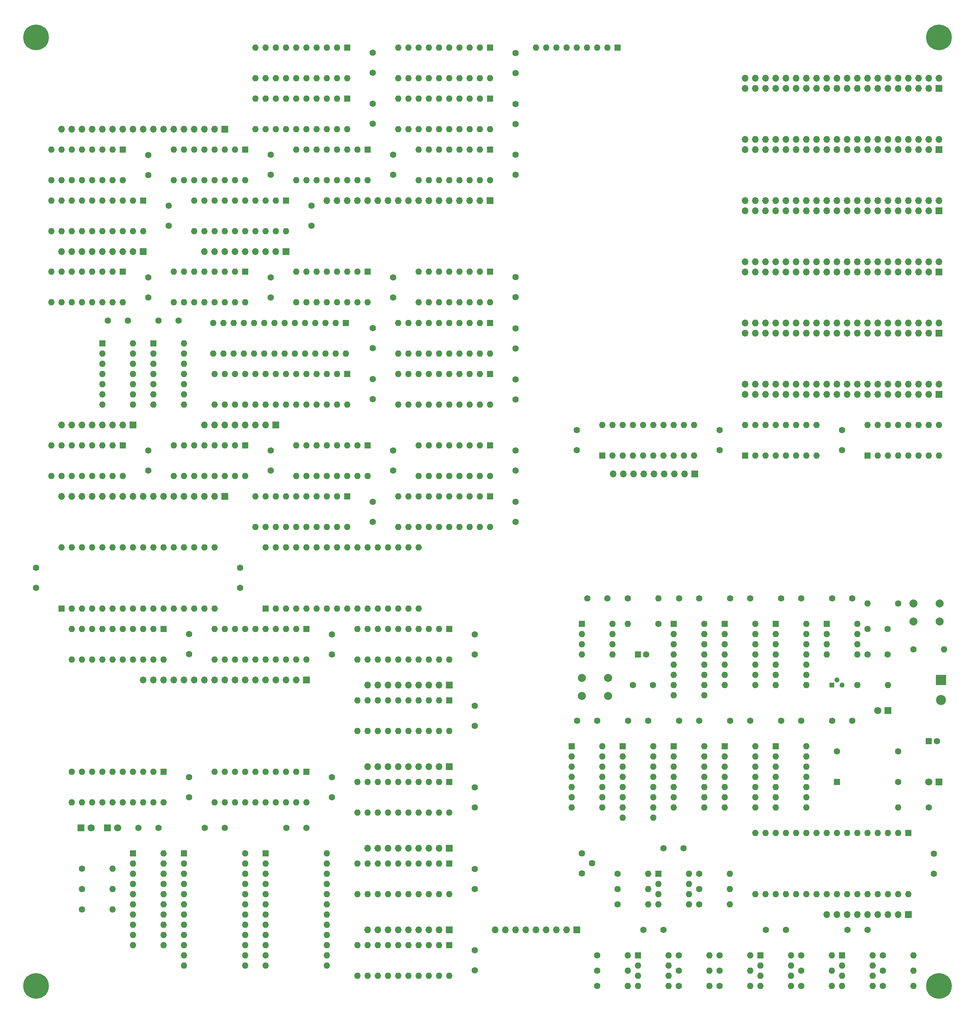
<source format=gbr>
G04 #@! TF.GenerationSoftware,KiCad,Pcbnew,(5.1.0-0)*
G04 #@! TF.CreationDate,2019-10-09T21:13:08-07:00*
G04 #@! TF.ProjectId,MainBoard,4d61696e-426f-4617-9264-2e6b69636164,rev?*
G04 #@! TF.SameCoordinates,Original*
G04 #@! TF.FileFunction,Soldermask,Top*
G04 #@! TF.FilePolarity,Negative*
%FSLAX46Y46*%
G04 Gerber Fmt 4.6, Leading zero omitted, Abs format (unit mm)*
G04 Created by KiCad (PCBNEW (5.1.0-0)) date 2019-10-09 21:13:08*
%MOMM*%
%LPD*%
G04 APERTURE LIST*
%ADD10O,1.600000X1.600000*%
%ADD11R,1.600000X1.600000*%
%ADD12C,2.500000*%
%ADD13R,2.500000X2.500000*%
%ADD14C,6.400000*%
%ADD15C,1.600000*%
%ADD16O,1.700000X1.700000*%
%ADD17R,1.700000X1.700000*%
%ADD18R,1.300000X1.300000*%
%ADD19C,1.300000*%
%ADD20C,2.000000*%
%ADD21C,1.620000*%
%ADD22C,1.800000*%
%ADD23R,1.800000X1.800000*%
G04 APERTURE END LIST*
D10*
X256540000Y-124460000D03*
X274320000Y-132080000D03*
X259080000Y-124460000D03*
X271780000Y-132080000D03*
X261620000Y-124460000D03*
X269240000Y-132080000D03*
X264160000Y-124460000D03*
X266700000Y-132080000D03*
X266700000Y-124460000D03*
X264160000Y-132080000D03*
X269240000Y-124460000D03*
X261620000Y-132080000D03*
X271780000Y-124460000D03*
X259080000Y-132080000D03*
X274320000Y-124460000D03*
D11*
X256540000Y-132080000D03*
D12*
X274828000Y-192960000D03*
D13*
X274828000Y-187960000D03*
D14*
X274320000Y-264160000D03*
X274320000Y-27940000D03*
X49530000Y-264160000D03*
X49530000Y-27940000D03*
D10*
X86360000Y-104140000D03*
X78740000Y-119380000D03*
X86360000Y-106680000D03*
X78740000Y-116840000D03*
X86360000Y-109220000D03*
X78740000Y-114300000D03*
X86360000Y-111760000D03*
X78740000Y-111760000D03*
X86360000Y-114300000D03*
X78740000Y-109220000D03*
X86360000Y-116840000D03*
X78740000Y-106680000D03*
X86360000Y-119380000D03*
D11*
X78740000Y-104140000D03*
D10*
X73660000Y-104140000D03*
X66040000Y-119380000D03*
X73660000Y-106680000D03*
X66040000Y-116840000D03*
X73660000Y-109220000D03*
X66040000Y-114300000D03*
X73660000Y-111760000D03*
X66040000Y-111760000D03*
X73660000Y-114300000D03*
X66040000Y-109220000D03*
X73660000Y-116840000D03*
X66040000Y-106680000D03*
X73660000Y-119380000D03*
D11*
X66040000Y-104140000D03*
D15*
X168910000Y-100410000D03*
X168910000Y-105410000D03*
X250190000Y-130730000D03*
X250190000Y-125730000D03*
D16*
X226060000Y-68580000D03*
X226060000Y-71120000D03*
X228600000Y-68580000D03*
X228600000Y-71120000D03*
X231140000Y-68580000D03*
X231140000Y-71120000D03*
X233680000Y-68580000D03*
X233680000Y-71120000D03*
X236220000Y-68580000D03*
X236220000Y-71120000D03*
X238760000Y-68580000D03*
X238760000Y-71120000D03*
X241300000Y-68580000D03*
X241300000Y-71120000D03*
X243840000Y-68580000D03*
X243840000Y-71120000D03*
X246380000Y-68580000D03*
X246380000Y-71120000D03*
X248920000Y-68580000D03*
X248920000Y-71120000D03*
X251460000Y-68580000D03*
X251460000Y-71120000D03*
X254000000Y-68580000D03*
X254000000Y-71120000D03*
X256540000Y-68580000D03*
X256540000Y-71120000D03*
X259080000Y-68580000D03*
X259080000Y-71120000D03*
X261620000Y-68580000D03*
X261620000Y-71120000D03*
X264160000Y-68580000D03*
X264160000Y-71120000D03*
X266700000Y-68580000D03*
X266700000Y-71120000D03*
X269240000Y-68580000D03*
X269240000Y-71120000D03*
X271780000Y-68580000D03*
X271780000Y-71120000D03*
X274320000Y-68580000D03*
D17*
X274320000Y-71120000D03*
D16*
X226060000Y-99060000D03*
X226060000Y-101600000D03*
X228600000Y-99060000D03*
X228600000Y-101600000D03*
X231140000Y-99060000D03*
X231140000Y-101600000D03*
X233680000Y-99060000D03*
X233680000Y-101600000D03*
X236220000Y-99060000D03*
X236220000Y-101600000D03*
X238760000Y-99060000D03*
X238760000Y-101600000D03*
X241300000Y-99060000D03*
X241300000Y-101600000D03*
X243840000Y-99060000D03*
X243840000Y-101600000D03*
X246380000Y-99060000D03*
X246380000Y-101600000D03*
X248920000Y-99060000D03*
X248920000Y-101600000D03*
X251460000Y-99060000D03*
X251460000Y-101600000D03*
X254000000Y-99060000D03*
X254000000Y-101600000D03*
X256540000Y-99060000D03*
X256540000Y-101600000D03*
X259080000Y-99060000D03*
X259080000Y-101600000D03*
X261620000Y-99060000D03*
X261620000Y-101600000D03*
X264160000Y-99060000D03*
X264160000Y-101600000D03*
X266700000Y-99060000D03*
X266700000Y-101600000D03*
X269240000Y-99060000D03*
X269240000Y-101600000D03*
X271780000Y-99060000D03*
X271780000Y-101600000D03*
X274320000Y-99060000D03*
D17*
X274320000Y-101600000D03*
D16*
X226060000Y-38100000D03*
X226060000Y-40640000D03*
X228600000Y-38100000D03*
X228600000Y-40640000D03*
X231140000Y-38100000D03*
X231140000Y-40640000D03*
X233680000Y-38100000D03*
X233680000Y-40640000D03*
X236220000Y-38100000D03*
X236220000Y-40640000D03*
X238760000Y-38100000D03*
X238760000Y-40640000D03*
X241300000Y-38100000D03*
X241300000Y-40640000D03*
X243840000Y-38100000D03*
X243840000Y-40640000D03*
X246380000Y-38100000D03*
X246380000Y-40640000D03*
X248920000Y-38100000D03*
X248920000Y-40640000D03*
X251460000Y-38100000D03*
X251460000Y-40640000D03*
X254000000Y-38100000D03*
X254000000Y-40640000D03*
X256540000Y-38100000D03*
X256540000Y-40640000D03*
X259080000Y-38100000D03*
X259080000Y-40640000D03*
X261620000Y-38100000D03*
X261620000Y-40640000D03*
X264160000Y-38100000D03*
X264160000Y-40640000D03*
X266700000Y-38100000D03*
X266700000Y-40640000D03*
X269240000Y-38100000D03*
X269240000Y-40640000D03*
X271780000Y-38100000D03*
X271780000Y-40640000D03*
X274320000Y-38100000D03*
D17*
X274320000Y-40640000D03*
D16*
X226060000Y-114300000D03*
X226060000Y-116840000D03*
X228600000Y-114300000D03*
X228600000Y-116840000D03*
X231140000Y-114300000D03*
X231140000Y-116840000D03*
X233680000Y-114300000D03*
X233680000Y-116840000D03*
X236220000Y-114300000D03*
X236220000Y-116840000D03*
X238760000Y-114300000D03*
X238760000Y-116840000D03*
X241300000Y-114300000D03*
X241300000Y-116840000D03*
X243840000Y-114300000D03*
X243840000Y-116840000D03*
X246380000Y-114300000D03*
X246380000Y-116840000D03*
X248920000Y-114300000D03*
X248920000Y-116840000D03*
X251460000Y-114300000D03*
X251460000Y-116840000D03*
X254000000Y-114300000D03*
X254000000Y-116840000D03*
X256540000Y-114300000D03*
X256540000Y-116840000D03*
X259080000Y-114300000D03*
X259080000Y-116840000D03*
X261620000Y-114300000D03*
X261620000Y-116840000D03*
X264160000Y-114300000D03*
X264160000Y-116840000D03*
X266700000Y-114300000D03*
X266700000Y-116840000D03*
X269240000Y-114300000D03*
X269240000Y-116840000D03*
X271780000Y-114300000D03*
X271780000Y-116840000D03*
X274320000Y-114300000D03*
D17*
X274320000Y-116840000D03*
D16*
X226060000Y-83820000D03*
X226060000Y-86360000D03*
X228600000Y-83820000D03*
X228600000Y-86360000D03*
X231140000Y-83820000D03*
X231140000Y-86360000D03*
X233680000Y-83820000D03*
X233680000Y-86360000D03*
X236220000Y-83820000D03*
X236220000Y-86360000D03*
X238760000Y-83820000D03*
X238760000Y-86360000D03*
X241300000Y-83820000D03*
X241300000Y-86360000D03*
X243840000Y-83820000D03*
X243840000Y-86360000D03*
X246380000Y-83820000D03*
X246380000Y-86360000D03*
X248920000Y-83820000D03*
X248920000Y-86360000D03*
X251460000Y-83820000D03*
X251460000Y-86360000D03*
X254000000Y-83820000D03*
X254000000Y-86360000D03*
X256540000Y-83820000D03*
X256540000Y-86360000D03*
X259080000Y-83820000D03*
X259080000Y-86360000D03*
X261620000Y-83820000D03*
X261620000Y-86360000D03*
X264160000Y-83820000D03*
X264160000Y-86360000D03*
X266700000Y-83820000D03*
X266700000Y-86360000D03*
X269240000Y-83820000D03*
X269240000Y-86360000D03*
X271780000Y-83820000D03*
X271780000Y-86360000D03*
X274320000Y-83820000D03*
D17*
X274320000Y-86360000D03*
D16*
X226060000Y-53340000D03*
X226060000Y-55880000D03*
X228600000Y-53340000D03*
X228600000Y-55880000D03*
X231140000Y-53340000D03*
X231140000Y-55880000D03*
X233680000Y-53340000D03*
X233680000Y-55880000D03*
X236220000Y-53340000D03*
X236220000Y-55880000D03*
X238760000Y-53340000D03*
X238760000Y-55880000D03*
X241300000Y-53340000D03*
X241300000Y-55880000D03*
X243840000Y-53340000D03*
X243840000Y-55880000D03*
X246380000Y-53340000D03*
X246380000Y-55880000D03*
X248920000Y-53340000D03*
X248920000Y-55880000D03*
X251460000Y-53340000D03*
X251460000Y-55880000D03*
X254000000Y-53340000D03*
X254000000Y-55880000D03*
X256540000Y-53340000D03*
X256540000Y-55880000D03*
X259080000Y-53340000D03*
X259080000Y-55880000D03*
X261620000Y-53340000D03*
X261620000Y-55880000D03*
X264160000Y-53340000D03*
X264160000Y-55880000D03*
X266700000Y-53340000D03*
X266700000Y-55880000D03*
X269240000Y-53340000D03*
X269240000Y-55880000D03*
X271780000Y-53340000D03*
X271780000Y-55880000D03*
X274320000Y-53340000D03*
D17*
X274320000Y-55880000D03*
D10*
X81280000Y-182875800D03*
X58420000Y-175255800D03*
X78740000Y-182875800D03*
X60960000Y-175255800D03*
X76200000Y-182875800D03*
X63500000Y-175255800D03*
X73660000Y-182875800D03*
X66040000Y-175255800D03*
X71120000Y-182875800D03*
X68580000Y-175255800D03*
X68580000Y-182875800D03*
X71120000Y-175255800D03*
X66040000Y-182875800D03*
X73660000Y-175255800D03*
X63500000Y-182875800D03*
X76200000Y-175255800D03*
X60960000Y-182875800D03*
X78740000Y-175255800D03*
X58420000Y-182875800D03*
D11*
X81280000Y-175255800D03*
D15*
X247730000Y-167640000D03*
X252730000Y-167640000D03*
X264160000Y-213360000D03*
X264160000Y-205740000D03*
X248920000Y-205740000D03*
D11*
X248920000Y-213360000D03*
D10*
X261620000Y-189230000D03*
D15*
X254000000Y-189230000D03*
D10*
X256540000Y-168910000D03*
D15*
X264160000Y-168910000D03*
D10*
X275590000Y-180340000D03*
D15*
X267970000Y-180340000D03*
X261540000Y-175260000D03*
X256540000Y-175260000D03*
X261540000Y-181610000D03*
X256540000Y-181610000D03*
D10*
X196850000Y-173990000D03*
D15*
X204470000Y-173990000D03*
D10*
X204470000Y-167640000D03*
D15*
X196850000Y-167640000D03*
X203120000Y-189230000D03*
X198120000Y-189230000D03*
X201390000Y-181610000D03*
D11*
X199390000Y-181610000D03*
D10*
X162560000Y-38100000D03*
X139700000Y-30480000D03*
X160020000Y-38100000D03*
X142240000Y-30480000D03*
X157480000Y-38100000D03*
X144780000Y-30480000D03*
X154940000Y-38100000D03*
X147320000Y-30480000D03*
X152400000Y-38100000D03*
X149860000Y-30480000D03*
X149860000Y-38100000D03*
X152400000Y-30480000D03*
X147320000Y-38100000D03*
X154940000Y-30480000D03*
X144780000Y-38100000D03*
X157480000Y-30480000D03*
X142240000Y-38100000D03*
X160020000Y-30480000D03*
X139700000Y-38100000D03*
D11*
X162560000Y-30480000D03*
D10*
X55880000Y-154940000D03*
X93980000Y-170180000D03*
X58420000Y-154940000D03*
X91440000Y-170180000D03*
X60960000Y-154940000D03*
X88900000Y-170180000D03*
X63500000Y-154940000D03*
X86360000Y-170180000D03*
X66040000Y-154940000D03*
X83820000Y-170180000D03*
X68580000Y-154940000D03*
X81280000Y-170180000D03*
X71120000Y-154940000D03*
X78740000Y-170180000D03*
X73660000Y-154940000D03*
X76200000Y-170180000D03*
X76200000Y-154940000D03*
X73660000Y-170180000D03*
X78740000Y-154940000D03*
X71120000Y-170180000D03*
X81280000Y-154940000D03*
X68580000Y-170180000D03*
X83820000Y-154940000D03*
X66040000Y-170180000D03*
X86360000Y-154940000D03*
X63500000Y-170180000D03*
X88900000Y-154940000D03*
X60960000Y-170180000D03*
X91440000Y-154940000D03*
X58420000Y-170180000D03*
X93980000Y-154940000D03*
D11*
X55880000Y-170180000D03*
D10*
X127000000Y-38100000D03*
X104140000Y-30480000D03*
X124460000Y-38100000D03*
X106680000Y-30480000D03*
X121920000Y-38100000D03*
X109220000Y-30480000D03*
X119380000Y-38100000D03*
X111760000Y-30480000D03*
X116840000Y-38100000D03*
X114300000Y-30480000D03*
X114300000Y-38100000D03*
X116840000Y-30480000D03*
X111760000Y-38100000D03*
X119380000Y-30480000D03*
X109220000Y-38100000D03*
X121920000Y-30480000D03*
X106680000Y-38100000D03*
X124460000Y-30480000D03*
X104140000Y-38100000D03*
D11*
X127000000Y-30480000D03*
D16*
X55880000Y-124460000D03*
X58420000Y-124460000D03*
X60960000Y-124460000D03*
X63500000Y-124460000D03*
X66040000Y-124460000D03*
X68580000Y-124460000D03*
X71120000Y-124460000D03*
D17*
X73660000Y-124460000D03*
D16*
X91440000Y-124460000D03*
X93980000Y-124460000D03*
X96520000Y-124460000D03*
X99060000Y-124460000D03*
X101600000Y-124460000D03*
X104140000Y-124460000D03*
X106680000Y-124460000D03*
D17*
X109220000Y-124460000D03*
D16*
X55880000Y-81280000D03*
X58420000Y-81280000D03*
X60960000Y-81280000D03*
X63500000Y-81280000D03*
X66040000Y-81280000D03*
X68580000Y-81280000D03*
X71120000Y-81280000D03*
X73660000Y-81280000D03*
D17*
X76200000Y-81280000D03*
D16*
X91440000Y-81280000D03*
X93980000Y-81280000D03*
X96520000Y-81280000D03*
X99060000Y-81280000D03*
X101600000Y-81280000D03*
X104140000Y-81280000D03*
X106680000Y-81280000D03*
X109220000Y-81280000D03*
D17*
X111760000Y-81280000D03*
D10*
X81280000Y-231140000D03*
X73660000Y-254000000D03*
X81280000Y-233680000D03*
X73660000Y-251460000D03*
X81280000Y-236220000D03*
X73660000Y-248920000D03*
X81280000Y-238760000D03*
X73660000Y-246380000D03*
X81280000Y-241300000D03*
X73660000Y-243840000D03*
X81280000Y-243840000D03*
X73660000Y-241300000D03*
X81280000Y-246380000D03*
X73660000Y-238760000D03*
X81280000Y-248920000D03*
X73660000Y-236220000D03*
X81280000Y-251460000D03*
X73660000Y-233680000D03*
X81280000Y-254000000D03*
D11*
X73660000Y-231140000D03*
D10*
X152400000Y-261620000D03*
X129540000Y-254000000D03*
X149860000Y-261620000D03*
X132080000Y-254000000D03*
X147320000Y-261620000D03*
X134620000Y-254000000D03*
X144780000Y-261620000D03*
X137160000Y-254000000D03*
X142240000Y-261620000D03*
X139700000Y-254000000D03*
X139700000Y-261620000D03*
X142240000Y-254000000D03*
X137160000Y-261620000D03*
X144780000Y-254000000D03*
X134620000Y-261620000D03*
X147320000Y-254000000D03*
X132080000Y-261620000D03*
X149860000Y-254000000D03*
X129540000Y-261620000D03*
D11*
X152400000Y-254000000D03*
D10*
X101600000Y-231140000D03*
X86360000Y-259080000D03*
X101600000Y-233680000D03*
X86360000Y-256540000D03*
X101600000Y-236220000D03*
X86360000Y-254000000D03*
X101600000Y-238760000D03*
X86360000Y-251460000D03*
X101600000Y-241300000D03*
X86360000Y-248920000D03*
X101600000Y-243840000D03*
X86360000Y-246380000D03*
X101600000Y-246380000D03*
X86360000Y-243840000D03*
X101600000Y-248920000D03*
X86360000Y-241300000D03*
X101600000Y-251460000D03*
X86360000Y-238760000D03*
X101600000Y-254000000D03*
X86360000Y-236220000D03*
X101600000Y-256540000D03*
X86360000Y-233680000D03*
X101600000Y-259080000D03*
D11*
X86360000Y-231140000D03*
D10*
X121920000Y-231140000D03*
X106680000Y-259080000D03*
X121920000Y-233680000D03*
X106680000Y-256540000D03*
X121920000Y-236220000D03*
X106680000Y-254000000D03*
X121920000Y-238760000D03*
X106680000Y-251460000D03*
X121920000Y-241300000D03*
X106680000Y-248920000D03*
X121920000Y-243840000D03*
X106680000Y-246380000D03*
X121920000Y-246380000D03*
X106680000Y-243840000D03*
X121920000Y-248920000D03*
X106680000Y-241300000D03*
X121920000Y-251460000D03*
X106680000Y-238760000D03*
X121920000Y-254000000D03*
X106680000Y-236220000D03*
X121920000Y-256540000D03*
X106680000Y-233680000D03*
X121920000Y-259080000D03*
D11*
X106680000Y-231140000D03*
D10*
X152400000Y-241300000D03*
X129540000Y-233680000D03*
X149860000Y-241300000D03*
X132080000Y-233680000D03*
X147320000Y-241300000D03*
X134620000Y-233680000D03*
X144780000Y-241300000D03*
X137160000Y-233680000D03*
X142240000Y-241300000D03*
X139700000Y-233680000D03*
X139700000Y-241300000D03*
X142240000Y-233680000D03*
X137160000Y-241300000D03*
X144780000Y-233680000D03*
X134620000Y-241300000D03*
X147320000Y-233680000D03*
X132080000Y-241300000D03*
X149860000Y-233680000D03*
X129540000Y-241300000D03*
D11*
X152400000Y-233680000D03*
D10*
X116840000Y-218440000D03*
X93980000Y-210820000D03*
X114300000Y-218440000D03*
X96520000Y-210820000D03*
X111760000Y-218440000D03*
X99060000Y-210820000D03*
X109220000Y-218440000D03*
X101600000Y-210820000D03*
X106680000Y-218440000D03*
X104140000Y-210820000D03*
X104140000Y-218440000D03*
X106680000Y-210820000D03*
X101600000Y-218440000D03*
X109220000Y-210820000D03*
X99060000Y-218440000D03*
X111760000Y-210820000D03*
X96520000Y-218440000D03*
X114300000Y-210820000D03*
X93980000Y-218440000D03*
D11*
X116840000Y-210820000D03*
D10*
X152400000Y-220980000D03*
X129540000Y-213360000D03*
X149860000Y-220980000D03*
X132080000Y-213360000D03*
X147320000Y-220980000D03*
X134620000Y-213360000D03*
X144780000Y-220980000D03*
X137160000Y-213360000D03*
X142240000Y-220980000D03*
X139700000Y-213360000D03*
X139700000Y-220980000D03*
X142240000Y-213360000D03*
X137160000Y-220980000D03*
X144780000Y-213360000D03*
X134620000Y-220980000D03*
X147320000Y-213360000D03*
X132080000Y-220980000D03*
X149860000Y-213360000D03*
X129540000Y-220980000D03*
D11*
X152400000Y-213360000D03*
D10*
X81280000Y-218440000D03*
X58420000Y-210820000D03*
X78740000Y-218440000D03*
X60960000Y-210820000D03*
X76200000Y-218440000D03*
X63500000Y-210820000D03*
X73660000Y-218440000D03*
X66040000Y-210820000D03*
X71120000Y-218440000D03*
X68580000Y-210820000D03*
X68580000Y-218440000D03*
X71120000Y-210820000D03*
X66040000Y-218440000D03*
X73660000Y-210820000D03*
X63500000Y-218440000D03*
X76200000Y-210820000D03*
X60960000Y-218440000D03*
X78740000Y-210820000D03*
X58420000Y-218440000D03*
D11*
X81280000Y-210820000D03*
D10*
X215900000Y-173990000D03*
X208280000Y-191770000D03*
X215900000Y-176530000D03*
X208280000Y-189230000D03*
X215900000Y-179070000D03*
X208280000Y-186690000D03*
X215900000Y-181610000D03*
X208280000Y-184150000D03*
X215900000Y-184150000D03*
X208280000Y-181610000D03*
X215900000Y-186690000D03*
X208280000Y-179070000D03*
X215900000Y-189230000D03*
X208280000Y-176530000D03*
X215900000Y-191770000D03*
D11*
X208280000Y-173990000D03*
D10*
X228600000Y-173990000D03*
X220980000Y-189230000D03*
X228600000Y-176530000D03*
X220980000Y-186690000D03*
X228600000Y-179070000D03*
X220980000Y-184150000D03*
X228600000Y-181610000D03*
X220980000Y-181610000D03*
X228600000Y-184150000D03*
X220980000Y-179070000D03*
X228600000Y-186690000D03*
X220980000Y-176530000D03*
X228600000Y-189230000D03*
D11*
X220980000Y-173990000D03*
D10*
X241300000Y-173990000D03*
X233680000Y-189230000D03*
X241300000Y-176530000D03*
X233680000Y-186690000D03*
X241300000Y-179070000D03*
X233680000Y-184150000D03*
X241300000Y-181610000D03*
X233680000Y-181610000D03*
X241300000Y-184150000D03*
X233680000Y-179070000D03*
X241300000Y-186690000D03*
X233680000Y-176530000D03*
X241300000Y-189230000D03*
D11*
X233680000Y-173990000D03*
D18*
X247650000Y-189230000D03*
D19*
X250190000Y-189230000D03*
X248920000Y-187960000D03*
D10*
X254000000Y-173990000D03*
X246380000Y-181610000D03*
X254000000Y-176530000D03*
X246380000Y-179070000D03*
X254000000Y-179070000D03*
X246380000Y-176530000D03*
X254000000Y-181610000D03*
D11*
X246380000Y-173990000D03*
D10*
X215900000Y-204470000D03*
X208280000Y-219710000D03*
X215900000Y-207010000D03*
X208280000Y-217170000D03*
X215900000Y-209550000D03*
X208280000Y-214630000D03*
X215900000Y-212090000D03*
X208280000Y-212090000D03*
X215900000Y-214630000D03*
X208280000Y-209550000D03*
X215900000Y-217170000D03*
X208280000Y-207010000D03*
X215900000Y-219710000D03*
D11*
X208280000Y-204470000D03*
D10*
X228600000Y-204470000D03*
X220980000Y-219710000D03*
X228600000Y-207010000D03*
X220980000Y-217170000D03*
X228600000Y-209550000D03*
X220980000Y-214630000D03*
X228600000Y-212090000D03*
X220980000Y-212090000D03*
X228600000Y-214630000D03*
X220980000Y-209550000D03*
X228600000Y-217170000D03*
X220980000Y-207010000D03*
X228600000Y-219710000D03*
D11*
X220980000Y-204470000D03*
D10*
X203200000Y-204470000D03*
X195580000Y-222250000D03*
X203200000Y-207010000D03*
X195580000Y-219710000D03*
X203200000Y-209550000D03*
X195580000Y-217170000D03*
X203200000Y-212090000D03*
X195580000Y-214630000D03*
X203200000Y-214630000D03*
X195580000Y-212090000D03*
X203200000Y-217170000D03*
X195580000Y-209550000D03*
X203200000Y-219710000D03*
X195580000Y-207010000D03*
X203200000Y-222250000D03*
D11*
X195580000Y-204470000D03*
D10*
X241300000Y-204470000D03*
X233680000Y-219710000D03*
X241300000Y-207010000D03*
X233680000Y-217170000D03*
X241300000Y-209550000D03*
X233680000Y-214630000D03*
X241300000Y-212090000D03*
X233680000Y-212090000D03*
X241300000Y-214630000D03*
X233680000Y-209550000D03*
X241300000Y-217170000D03*
X233680000Y-207010000D03*
X241300000Y-219710000D03*
D11*
X233680000Y-204470000D03*
D10*
X193040000Y-173990000D03*
X185420000Y-181610000D03*
X193040000Y-176530000D03*
X185420000Y-179070000D03*
X193040000Y-179070000D03*
X185420000Y-176530000D03*
X193040000Y-181610000D03*
D11*
X185420000Y-173990000D03*
D10*
X190500000Y-204470000D03*
X182880000Y-219710000D03*
X190500000Y-207010000D03*
X182880000Y-217170000D03*
X190500000Y-209550000D03*
X182880000Y-214630000D03*
X190500000Y-212090000D03*
X182880000Y-212090000D03*
X190500000Y-214630000D03*
X182880000Y-209550000D03*
X190500000Y-217170000D03*
X182880000Y-207010000D03*
X190500000Y-219710000D03*
D11*
X182880000Y-204470000D03*
D10*
X257810000Y-256540000D03*
X250190000Y-264160000D03*
X257810000Y-259080000D03*
X250190000Y-261620000D03*
X257810000Y-261620000D03*
X250190000Y-259080000D03*
X257810000Y-264160000D03*
D11*
X250190000Y-256540000D03*
D10*
X237490000Y-256540000D03*
X229870000Y-264160000D03*
X237490000Y-259080000D03*
X229870000Y-261620000D03*
X237490000Y-261620000D03*
X229870000Y-259080000D03*
X237490000Y-264160000D03*
D11*
X229870000Y-256540000D03*
D10*
X266696200Y-241298200D03*
X228596200Y-226058200D03*
X264156200Y-241298200D03*
X231136200Y-226058200D03*
X261616200Y-241298200D03*
X233676200Y-226058200D03*
X259076200Y-241298200D03*
X236216200Y-226058200D03*
X256536200Y-241298200D03*
X238756200Y-226058200D03*
X253996200Y-241298200D03*
X241296200Y-226058200D03*
X251456200Y-241298200D03*
X243836200Y-226058200D03*
X248916200Y-241298200D03*
X246376200Y-226058200D03*
X246376200Y-241298200D03*
X248916200Y-226058200D03*
X243836200Y-241298200D03*
X251456200Y-226058200D03*
X241296200Y-241298200D03*
X253996200Y-226058200D03*
X238756200Y-241298200D03*
X256536200Y-226058200D03*
X236216200Y-241298200D03*
X259076200Y-226058200D03*
X233676200Y-241298200D03*
X261616200Y-226058200D03*
X231136200Y-241298200D03*
X264156200Y-226058200D03*
X228596200Y-241298200D03*
D11*
X266696200Y-226058200D03*
D10*
X207010000Y-256540000D03*
X199390000Y-264160000D03*
X207010000Y-259080000D03*
X199390000Y-261620000D03*
X207010000Y-261620000D03*
X199390000Y-259080000D03*
X207010000Y-264160000D03*
D11*
X199390000Y-256540000D03*
D10*
X212090000Y-236220000D03*
X204470000Y-243840000D03*
X212090000Y-238760000D03*
X204470000Y-241300000D03*
X212090000Y-241300000D03*
X204470000Y-238760000D03*
X212090000Y-243840000D03*
D11*
X204470000Y-236220000D03*
D10*
X152400000Y-200660000D03*
X129540000Y-193040000D03*
X149860000Y-200660000D03*
X132080000Y-193040000D03*
X147320000Y-200660000D03*
X134620000Y-193040000D03*
X144780000Y-200660000D03*
X137160000Y-193040000D03*
X142240000Y-200660000D03*
X139700000Y-193040000D03*
X139700000Y-200660000D03*
X142240000Y-193040000D03*
X137160000Y-200660000D03*
X144780000Y-193040000D03*
X134620000Y-200660000D03*
X147320000Y-193040000D03*
X132080000Y-200660000D03*
X149860000Y-193040000D03*
X129540000Y-200660000D03*
D11*
X152400000Y-193040000D03*
D10*
X152409000Y-182875800D03*
X129549000Y-175255800D03*
X149869000Y-182875800D03*
X132089000Y-175255800D03*
X147329000Y-182875800D03*
X134629000Y-175255800D03*
X144789000Y-182875800D03*
X137169000Y-175255800D03*
X142249000Y-182875800D03*
X139709000Y-175255800D03*
X139709000Y-182875800D03*
X142249000Y-175255800D03*
X137169000Y-182875800D03*
X144789000Y-175255800D03*
X134629000Y-182875800D03*
X147329000Y-175255800D03*
X132089000Y-182875800D03*
X149869000Y-175255800D03*
X129549000Y-182875800D03*
D11*
X152409000Y-175255800D03*
D10*
X116849000Y-182875800D03*
X93989000Y-175255800D03*
X114309000Y-182875800D03*
X96529000Y-175255800D03*
X111769000Y-182875800D03*
X99069000Y-175255800D03*
X109229000Y-182875800D03*
X101609000Y-175255800D03*
X106689000Y-182875800D03*
X104149000Y-175255800D03*
X104149000Y-182875800D03*
X106689000Y-175255800D03*
X101609000Y-182875800D03*
X109229000Y-175255800D03*
X99069000Y-182875800D03*
X111769000Y-175255800D03*
X96529000Y-182875800D03*
X114309000Y-175255800D03*
X93989000Y-182875800D03*
D11*
X116849000Y-175255800D03*
D10*
X106680000Y-154940000D03*
X144780000Y-170180000D03*
X109220000Y-154940000D03*
X142240000Y-170180000D03*
X111760000Y-154940000D03*
X139700000Y-170180000D03*
X114300000Y-154940000D03*
X137160000Y-170180000D03*
X116840000Y-154940000D03*
X134620000Y-170180000D03*
X119380000Y-154940000D03*
X132080000Y-170180000D03*
X121920000Y-154940000D03*
X129540000Y-170180000D03*
X124460000Y-154940000D03*
X127000000Y-170180000D03*
X127000000Y-154940000D03*
X124460000Y-170180000D03*
X129540000Y-154940000D03*
X121920000Y-170180000D03*
X132080000Y-154940000D03*
X119380000Y-170180000D03*
X134620000Y-154940000D03*
X116840000Y-170180000D03*
X137160000Y-154940000D03*
X114300000Y-170180000D03*
X139700000Y-154940000D03*
X111760000Y-170180000D03*
X142240000Y-154940000D03*
X109220000Y-170180000D03*
X144780000Y-154940000D03*
D11*
X106680000Y-170180000D03*
D10*
X127000000Y-149860000D03*
X104140000Y-142240000D03*
X124460000Y-149860000D03*
X106680000Y-142240000D03*
X121920000Y-149860000D03*
X109220000Y-142240000D03*
X119380000Y-149860000D03*
X111760000Y-142240000D03*
X116840000Y-149860000D03*
X114300000Y-142240000D03*
X114300000Y-149860000D03*
X116840000Y-142240000D03*
X111760000Y-149860000D03*
X119380000Y-142240000D03*
X109220000Y-149860000D03*
X121920000Y-142240000D03*
X106680000Y-149860000D03*
X124460000Y-142240000D03*
X104140000Y-149860000D03*
D11*
X127000000Y-142240000D03*
D10*
X71120000Y-137160000D03*
X53340000Y-129540000D03*
X68580000Y-137160000D03*
X55880000Y-129540000D03*
X66040000Y-137160000D03*
X58420000Y-129540000D03*
X63500000Y-137160000D03*
X60960000Y-129540000D03*
X60960000Y-137160000D03*
X63500000Y-129540000D03*
X58420000Y-137160000D03*
X66040000Y-129540000D03*
X55880000Y-137160000D03*
X68580000Y-129540000D03*
X53340000Y-137160000D03*
D11*
X71120000Y-129540000D03*
D10*
X101600000Y-137160000D03*
X83820000Y-129540000D03*
X99060000Y-137160000D03*
X86360000Y-129540000D03*
X96520000Y-137160000D03*
X88900000Y-129540000D03*
X93980000Y-137160000D03*
X91440000Y-129540000D03*
X91440000Y-137160000D03*
X93980000Y-129540000D03*
X88900000Y-137160000D03*
X96520000Y-129540000D03*
X86360000Y-137160000D03*
X99060000Y-129540000D03*
X83820000Y-137160000D03*
D11*
X101600000Y-129540000D03*
D10*
X162560000Y-149860000D03*
X139700000Y-142240000D03*
X160020000Y-149860000D03*
X142240000Y-142240000D03*
X157480000Y-149860000D03*
X144780000Y-142240000D03*
X154940000Y-149860000D03*
X147320000Y-142240000D03*
X152400000Y-149860000D03*
X149860000Y-142240000D03*
X149860000Y-149860000D03*
X152400000Y-142240000D03*
X147320000Y-149860000D03*
X154940000Y-142240000D03*
X144780000Y-149860000D03*
X157480000Y-142240000D03*
X142240000Y-149860000D03*
X160020000Y-142240000D03*
X139700000Y-149860000D03*
D11*
X162560000Y-142240000D03*
D10*
X132080000Y-137160000D03*
X114300000Y-129540000D03*
X129540000Y-137160000D03*
X116840000Y-129540000D03*
X127000000Y-137160000D03*
X119380000Y-129540000D03*
X124460000Y-137160000D03*
X121920000Y-129540000D03*
X121920000Y-137160000D03*
X124460000Y-129540000D03*
X119380000Y-137160000D03*
X127000000Y-129540000D03*
X116840000Y-137160000D03*
X129540000Y-129540000D03*
X114300000Y-137160000D03*
D11*
X132080000Y-129540000D03*
D10*
X162560000Y-137160000D03*
X144780000Y-129540000D03*
X160020000Y-137160000D03*
X147320000Y-129540000D03*
X157480000Y-137160000D03*
X149860000Y-129540000D03*
X154940000Y-137160000D03*
X152400000Y-129540000D03*
X152400000Y-137160000D03*
X154940000Y-129540000D03*
X149860000Y-137160000D03*
X157480000Y-129540000D03*
X147320000Y-137160000D03*
X160020000Y-129540000D03*
X144780000Y-137160000D03*
D11*
X162560000Y-129540000D03*
D10*
X162560000Y-106680000D03*
X139700000Y-99060000D03*
X160020000Y-106680000D03*
X142240000Y-99060000D03*
X157480000Y-106680000D03*
X144780000Y-99060000D03*
X154940000Y-106680000D03*
X147320000Y-99060000D03*
X152400000Y-106680000D03*
X149860000Y-99060000D03*
X149860000Y-106680000D03*
X152400000Y-99060000D03*
X147320000Y-106680000D03*
X154940000Y-99060000D03*
X144780000Y-106680000D03*
X157480000Y-99060000D03*
X142240000Y-106680000D03*
X160020000Y-99060000D03*
X139700000Y-106680000D03*
D11*
X162560000Y-99060000D03*
D10*
X162560000Y-119380000D03*
X139700000Y-111760000D03*
X160020000Y-119380000D03*
X142240000Y-111760000D03*
X157480000Y-119380000D03*
X144780000Y-111760000D03*
X154940000Y-119380000D03*
X147320000Y-111760000D03*
X152400000Y-119380000D03*
X149860000Y-111760000D03*
X149860000Y-119380000D03*
X152400000Y-111760000D03*
X147320000Y-119380000D03*
X154940000Y-111760000D03*
X144780000Y-119380000D03*
X157480000Y-111760000D03*
X142240000Y-119380000D03*
X160020000Y-111760000D03*
X139700000Y-119380000D03*
D11*
X162560000Y-111760000D03*
D10*
X126695800Y-106680000D03*
X93675800Y-99060000D03*
X124155800Y-106680000D03*
X96215800Y-99060000D03*
X121615800Y-106680000D03*
X98755800Y-99060000D03*
X119075800Y-106680000D03*
X101295800Y-99060000D03*
X116535800Y-106680000D03*
X103835800Y-99060000D03*
X113995800Y-106680000D03*
X106375800Y-99060000D03*
X111455800Y-106680000D03*
X108915800Y-99060000D03*
X108915800Y-106680000D03*
X111455800Y-99060000D03*
X106375800Y-106680000D03*
X113995800Y-99060000D03*
X103835800Y-106680000D03*
X116535800Y-99060000D03*
X101295800Y-106680000D03*
X119075800Y-99060000D03*
X98755800Y-106680000D03*
X121615800Y-99060000D03*
X96215800Y-106680000D03*
X124155800Y-99060000D03*
X93675800Y-106680000D03*
D11*
X126695800Y-99060000D03*
D10*
X127000000Y-119380000D03*
X93980000Y-111760000D03*
X124460000Y-119380000D03*
X96520000Y-111760000D03*
X121920000Y-119380000D03*
X99060000Y-111760000D03*
X119380000Y-119380000D03*
X101600000Y-111760000D03*
X116840000Y-119380000D03*
X104140000Y-111760000D03*
X114300000Y-119380000D03*
X106680000Y-111760000D03*
X111760000Y-119380000D03*
X109220000Y-111760000D03*
X109220000Y-119380000D03*
X111760000Y-111760000D03*
X106680000Y-119380000D03*
X114300000Y-111760000D03*
X104140000Y-119380000D03*
X116840000Y-111760000D03*
X101600000Y-119380000D03*
X119380000Y-111760000D03*
X99060000Y-119380000D03*
X121920000Y-111760000D03*
X96520000Y-119380000D03*
X124460000Y-111760000D03*
X93980000Y-119380000D03*
D11*
X127000000Y-111760000D03*
D10*
X71142000Y-93935200D03*
X53362000Y-86315200D03*
X68602000Y-93935200D03*
X55902000Y-86315200D03*
X66062000Y-93935200D03*
X58442000Y-86315200D03*
X63522000Y-93935200D03*
X60982000Y-86315200D03*
X60982000Y-93935200D03*
X63522000Y-86315200D03*
X58442000Y-93935200D03*
X66062000Y-86315200D03*
X55902000Y-93935200D03*
X68602000Y-86315200D03*
X53362000Y-93935200D03*
D11*
X71142000Y-86315200D03*
D10*
X101622000Y-93935200D03*
X83842000Y-86315200D03*
X99082000Y-93935200D03*
X86382000Y-86315200D03*
X96542000Y-93935200D03*
X88922000Y-86315200D03*
X94002000Y-93935200D03*
X91462000Y-86315200D03*
X91462000Y-93935200D03*
X94002000Y-86315200D03*
X88922000Y-93935200D03*
X96542000Y-86315200D03*
X86382000Y-93935200D03*
X99082000Y-86315200D03*
X83842000Y-93935200D03*
D11*
X101622000Y-86315200D03*
D10*
X132102000Y-93935200D03*
X114322000Y-86315200D03*
X129562000Y-93935200D03*
X116862000Y-86315200D03*
X127022000Y-93935200D03*
X119402000Y-86315200D03*
X124482000Y-93935200D03*
X121942000Y-86315200D03*
X121942000Y-93935200D03*
X124482000Y-86315200D03*
X119402000Y-93935200D03*
X127022000Y-86315200D03*
X116862000Y-93935200D03*
X129562000Y-86315200D03*
X114322000Y-93935200D03*
D11*
X132102000Y-86315200D03*
D10*
X162582000Y-93935200D03*
X144802000Y-86315200D03*
X160042000Y-93935200D03*
X147342000Y-86315200D03*
X157502000Y-93935200D03*
X149882000Y-86315200D03*
X154962000Y-93935200D03*
X152422000Y-86315200D03*
X152422000Y-93935200D03*
X154962000Y-86315200D03*
X149882000Y-93935200D03*
X157502000Y-86315200D03*
X147342000Y-93935200D03*
X160042000Y-86315200D03*
X144802000Y-93935200D03*
D11*
X162582000Y-86315200D03*
D10*
X76194000Y-76206000D03*
X53334000Y-68586000D03*
X73654000Y-76206000D03*
X55874000Y-68586000D03*
X71114000Y-76206000D03*
X58414000Y-68586000D03*
X68574000Y-76206000D03*
X60954000Y-68586000D03*
X66034000Y-76206000D03*
X63494000Y-68586000D03*
X63494000Y-76206000D03*
X66034000Y-68586000D03*
X60954000Y-76206000D03*
X68574000Y-68586000D03*
X58414000Y-76206000D03*
X71114000Y-68586000D03*
X55874000Y-76206000D03*
X73654000Y-68586000D03*
X53334000Y-76206000D03*
D11*
X76194000Y-68586000D03*
D10*
X111754000Y-76206000D03*
X88894000Y-68586000D03*
X109214000Y-76206000D03*
X91434000Y-68586000D03*
X106674000Y-76206000D03*
X93974000Y-68586000D03*
X104134000Y-76206000D03*
X96514000Y-68586000D03*
X101594000Y-76206000D03*
X99054000Y-68586000D03*
X99054000Y-76206000D03*
X101594000Y-68586000D03*
X96514000Y-76206000D03*
X104134000Y-68586000D03*
X93974000Y-76206000D03*
X106674000Y-68586000D03*
X91434000Y-76206000D03*
X109214000Y-68586000D03*
X88894000Y-76206000D03*
D11*
X111754000Y-68586000D03*
D10*
X71120000Y-63500000D03*
X53340000Y-55880000D03*
X68580000Y-63500000D03*
X55880000Y-55880000D03*
X66040000Y-63500000D03*
X58420000Y-55880000D03*
X63500000Y-63500000D03*
X60960000Y-55880000D03*
X60960000Y-63500000D03*
X63500000Y-55880000D03*
X58420000Y-63500000D03*
X66040000Y-55880000D03*
X55880000Y-63500000D03*
X68580000Y-55880000D03*
X53340000Y-63500000D03*
D11*
X71120000Y-55880000D03*
D10*
X101600000Y-63500000D03*
X83820000Y-55880000D03*
X99060000Y-63500000D03*
X86360000Y-55880000D03*
X96520000Y-63500000D03*
X88900000Y-55880000D03*
X93980000Y-63500000D03*
X91440000Y-55880000D03*
X91440000Y-63500000D03*
X93980000Y-55880000D03*
X88900000Y-63500000D03*
X96520000Y-55880000D03*
X86360000Y-63500000D03*
X99060000Y-55880000D03*
X83820000Y-63500000D03*
D11*
X101600000Y-55880000D03*
D10*
X132080000Y-63500000D03*
X114300000Y-55880000D03*
X129540000Y-63500000D03*
X116840000Y-55880000D03*
X127000000Y-63500000D03*
X119380000Y-55880000D03*
X124460000Y-63500000D03*
X121920000Y-55880000D03*
X121920000Y-63500000D03*
X124460000Y-55880000D03*
X119380000Y-63500000D03*
X127000000Y-55880000D03*
X116840000Y-63500000D03*
X129540000Y-55880000D03*
X114300000Y-63500000D03*
D11*
X132080000Y-55880000D03*
D10*
X162560000Y-63500000D03*
X144780000Y-55880000D03*
X160020000Y-63500000D03*
X147320000Y-55880000D03*
X157480000Y-63500000D03*
X149860000Y-55880000D03*
X154940000Y-63500000D03*
X152400000Y-55880000D03*
X152400000Y-63500000D03*
X154940000Y-55880000D03*
X149860000Y-63500000D03*
X157480000Y-55880000D03*
X147320000Y-63500000D03*
X160020000Y-55880000D03*
X144780000Y-63500000D03*
D11*
X162560000Y-55880000D03*
D10*
X162560000Y-50800000D03*
X139700000Y-43180000D03*
X160020000Y-50800000D03*
X142240000Y-43180000D03*
X157480000Y-50800000D03*
X144780000Y-43180000D03*
X154940000Y-50800000D03*
X147320000Y-43180000D03*
X152400000Y-50800000D03*
X149860000Y-43180000D03*
X149860000Y-50800000D03*
X152400000Y-43180000D03*
X147320000Y-50800000D03*
X154940000Y-43180000D03*
X144780000Y-50800000D03*
X157480000Y-43180000D03*
X142240000Y-50800000D03*
X160020000Y-43180000D03*
X139700000Y-50800000D03*
D11*
X162560000Y-43180000D03*
D10*
X127000000Y-50800000D03*
X104140000Y-43180000D03*
X124460000Y-50800000D03*
X106680000Y-43180000D03*
X121920000Y-50800000D03*
X109220000Y-43180000D03*
X119380000Y-50800000D03*
X111760000Y-43180000D03*
X116840000Y-50800000D03*
X114300000Y-43180000D03*
X114300000Y-50800000D03*
X116840000Y-43180000D03*
X111760000Y-50800000D03*
X119380000Y-43180000D03*
X109220000Y-50800000D03*
X121920000Y-43180000D03*
X106680000Y-50800000D03*
X124460000Y-43180000D03*
X104140000Y-50800000D03*
D11*
X127000000Y-43180000D03*
D10*
X226060000Y-124460000D03*
X243840000Y-132080000D03*
X228600000Y-124460000D03*
X241300000Y-132080000D03*
X231140000Y-124460000D03*
X238760000Y-132080000D03*
X233680000Y-124460000D03*
X236220000Y-132080000D03*
X236220000Y-124460000D03*
X233680000Y-132080000D03*
X238760000Y-124460000D03*
X231140000Y-132080000D03*
X241300000Y-124460000D03*
X228600000Y-132080000D03*
X243840000Y-124460000D03*
D11*
X226060000Y-132080000D03*
D10*
X190500000Y-124460000D03*
X213360000Y-132080000D03*
X193040000Y-124460000D03*
X210820000Y-132080000D03*
X195580000Y-124460000D03*
X208280000Y-132080000D03*
X198120000Y-124460000D03*
X205740000Y-132080000D03*
X200660000Y-124460000D03*
X203200000Y-132080000D03*
X203200000Y-124460000D03*
X200660000Y-132080000D03*
X205740000Y-124460000D03*
X198120000Y-132080000D03*
X208280000Y-124460000D03*
X195580000Y-132080000D03*
X210820000Y-124460000D03*
X193040000Y-132080000D03*
X213360000Y-124460000D03*
D11*
X190500000Y-132080000D03*
D20*
X274470000Y-168910000D03*
X274470000Y-173410000D03*
X267970000Y-168910000D03*
X267970000Y-173410000D03*
X191920000Y-187452000D03*
X191920000Y-191952000D03*
X185420000Y-187452000D03*
X185420000Y-191952000D03*
D21*
X185420000Y-231140000D03*
X187920000Y-233640000D03*
X185420000Y-236140000D03*
D10*
X173990000Y-30480000D03*
X176530000Y-30480000D03*
X179070000Y-30480000D03*
X181610000Y-30480000D03*
X184150000Y-30480000D03*
X186690000Y-30480000D03*
X189230000Y-30480000D03*
X191770000Y-30480000D03*
D11*
X194310000Y-30480000D03*
D10*
X68580000Y-245110000D03*
D15*
X60960000Y-245110000D03*
D10*
X68580000Y-240030000D03*
D15*
X60960000Y-240030000D03*
D10*
X68580000Y-234950000D03*
D15*
X60960000Y-234950000D03*
D10*
X264160000Y-219710000D03*
D15*
X271780000Y-219710000D03*
D10*
X267970000Y-264160000D03*
D15*
X260350000Y-264160000D03*
D10*
X267970000Y-260350000D03*
D15*
X260350000Y-260350000D03*
D10*
X267970000Y-256540000D03*
D15*
X260350000Y-256540000D03*
D10*
X247650000Y-264160000D03*
D15*
X240030000Y-264160000D03*
D10*
X247650000Y-260350000D03*
D15*
X240030000Y-260350000D03*
D10*
X247650000Y-256540000D03*
D15*
X240030000Y-256540000D03*
D10*
X227330000Y-264160000D03*
D15*
X219710000Y-264160000D03*
D10*
X227330000Y-260350000D03*
D15*
X219710000Y-260350000D03*
D10*
X227330000Y-256540000D03*
D15*
X219710000Y-256540000D03*
D10*
X217170000Y-264160000D03*
D15*
X209550000Y-264160000D03*
D10*
X217170000Y-260350000D03*
D15*
X209550000Y-260350000D03*
D10*
X217170000Y-256540000D03*
D15*
X209550000Y-256540000D03*
D10*
X196850000Y-264160000D03*
D15*
X189230000Y-264160000D03*
D10*
X196850000Y-260350000D03*
D15*
X189230000Y-260350000D03*
D10*
X196850000Y-256540000D03*
D15*
X189230000Y-256540000D03*
D10*
X222250000Y-243840000D03*
D15*
X214630000Y-243840000D03*
D10*
X222250000Y-240030000D03*
D15*
X214630000Y-240030000D03*
D10*
X222250000Y-236220000D03*
D15*
X214630000Y-236220000D03*
D10*
X201930000Y-243840000D03*
D15*
X194310000Y-243840000D03*
D10*
X201930000Y-240030000D03*
D15*
X194310000Y-240030000D03*
D10*
X201930000Y-236220000D03*
D15*
X194310000Y-236220000D03*
D16*
X163830000Y-250190000D03*
X166370000Y-250190000D03*
X168910000Y-250190000D03*
X171450000Y-250190000D03*
X173990000Y-250190000D03*
X176530000Y-250190000D03*
X179070000Y-250190000D03*
X181610000Y-250190000D03*
D17*
X184150000Y-250190000D03*
D16*
X55880000Y-50800000D03*
X58420000Y-50800000D03*
X60960000Y-50800000D03*
X63500000Y-50800000D03*
X66040000Y-50800000D03*
X68580000Y-50800000D03*
X71120000Y-50800000D03*
X73660000Y-50800000D03*
X76200000Y-50800000D03*
X78740000Y-50800000D03*
X81280000Y-50800000D03*
X83820000Y-50800000D03*
X86360000Y-50800000D03*
X88900000Y-50800000D03*
X91440000Y-50800000D03*
X93980000Y-50800000D03*
D17*
X96520000Y-50800000D03*
D16*
X132080000Y-250190000D03*
X134620000Y-250190000D03*
X137160000Y-250190000D03*
X139700000Y-250190000D03*
X142240000Y-250190000D03*
X144780000Y-250190000D03*
X147320000Y-250190000D03*
X149860000Y-250190000D03*
D17*
X152400000Y-250190000D03*
D16*
X132080000Y-229870000D03*
X134620000Y-229870000D03*
X137160000Y-229870000D03*
X139700000Y-229870000D03*
X142240000Y-229870000D03*
X144780000Y-229870000D03*
X147320000Y-229870000D03*
X149860000Y-229870000D03*
D17*
X152400000Y-229870000D03*
D16*
X132080000Y-209550000D03*
X134620000Y-209550000D03*
X137160000Y-209550000D03*
X139700000Y-209550000D03*
X142240000Y-209550000D03*
X144780000Y-209550000D03*
X147320000Y-209550000D03*
X149860000Y-209550000D03*
D17*
X152400000Y-209550000D03*
D16*
X246380000Y-246380000D03*
X248920000Y-246380000D03*
X251460000Y-246380000D03*
X254000000Y-246380000D03*
X256540000Y-246380000D03*
X259080000Y-246380000D03*
X261620000Y-246380000D03*
X264160000Y-246380000D03*
D17*
X266700000Y-246380000D03*
D16*
X76200000Y-187960000D03*
X78740000Y-187960000D03*
X81280000Y-187960000D03*
X83820000Y-187960000D03*
X86360000Y-187960000D03*
X88900000Y-187960000D03*
X91440000Y-187960000D03*
X93980000Y-187960000D03*
X96520000Y-187960000D03*
X99060000Y-187960000D03*
X101600000Y-187960000D03*
X104140000Y-187960000D03*
X106680000Y-187960000D03*
X109220000Y-187960000D03*
X111760000Y-187960000D03*
X114300000Y-187960000D03*
D17*
X116840000Y-187960000D03*
D16*
X132080000Y-189230000D03*
X134620000Y-189230000D03*
X137160000Y-189230000D03*
X139700000Y-189230000D03*
X142240000Y-189230000D03*
X144780000Y-189230000D03*
X147320000Y-189230000D03*
X149860000Y-189230000D03*
D17*
X152400000Y-189230000D03*
D16*
X55880000Y-142240000D03*
X58420000Y-142240000D03*
X60960000Y-142240000D03*
X63500000Y-142240000D03*
X66040000Y-142240000D03*
X68580000Y-142240000D03*
X71120000Y-142240000D03*
X73660000Y-142240000D03*
X76200000Y-142240000D03*
X78740000Y-142240000D03*
X81280000Y-142240000D03*
X83820000Y-142240000D03*
X86360000Y-142240000D03*
X88900000Y-142240000D03*
X91440000Y-142240000D03*
X93980000Y-142240000D03*
D17*
X96520000Y-142240000D03*
D16*
X121920000Y-68580000D03*
X124460000Y-68580000D03*
X127000000Y-68580000D03*
X129540000Y-68580000D03*
X132080000Y-68580000D03*
X134620000Y-68580000D03*
X137160000Y-68580000D03*
X139700000Y-68580000D03*
X142240000Y-68580000D03*
X144780000Y-68580000D03*
X147320000Y-68580000D03*
X149860000Y-68580000D03*
X152400000Y-68580000D03*
X154940000Y-68580000D03*
X157480000Y-68580000D03*
X160020000Y-68580000D03*
D17*
X162560000Y-68580000D03*
D16*
X193167000Y-136652000D03*
X195707000Y-136652000D03*
X198247000Y-136652000D03*
X200787000Y-136652000D03*
X203327000Y-136652000D03*
X205867000Y-136652000D03*
X208407000Y-136652000D03*
X210947000Y-136652000D03*
D17*
X213487000Y-136652000D03*
D22*
X69850000Y-224790000D03*
D23*
X67310000Y-224790000D03*
D22*
X63246000Y-224790000D03*
D23*
X60706000Y-224790000D03*
D22*
X259080000Y-195580000D03*
D23*
X261620000Y-195580000D03*
D22*
X271780000Y-213360000D03*
D23*
X274320000Y-213360000D03*
D15*
X91520000Y-224790000D03*
X96520000Y-224790000D03*
X75010000Y-224790000D03*
X80010000Y-224790000D03*
X158750000Y-260270000D03*
X158750000Y-255270000D03*
X111840000Y-224790000D03*
X116840000Y-224790000D03*
X123190000Y-212170000D03*
X123190000Y-217170000D03*
X158750000Y-235030000D03*
X158750000Y-240030000D03*
X87630000Y-212170000D03*
X87630000Y-217170000D03*
X158750000Y-214710000D03*
X158750000Y-219710000D03*
X209630000Y-167640000D03*
X214630000Y-167640000D03*
X222330000Y-167640000D03*
X227330000Y-167640000D03*
X235030000Y-167640000D03*
X240030000Y-167640000D03*
X184230000Y-198120000D03*
X189230000Y-198120000D03*
X186770000Y-167640000D03*
X191770000Y-167640000D03*
X252730000Y-198120000D03*
X247730000Y-198120000D03*
X209630000Y-198120000D03*
X214630000Y-198120000D03*
X222330000Y-198120000D03*
X227330000Y-198120000D03*
X196930000Y-198120000D03*
X201930000Y-198120000D03*
X235030000Y-198120000D03*
X240030000Y-198120000D03*
X251540000Y-250190000D03*
X256540000Y-250190000D03*
X231220000Y-250190000D03*
X236220000Y-250190000D03*
X273050000Y-231220000D03*
X273050000Y-236220000D03*
X200740000Y-250190000D03*
X205740000Y-250190000D03*
X205740000Y-229870000D03*
X210740000Y-229870000D03*
X158750000Y-194390000D03*
X158750000Y-199390000D03*
X158750000Y-176610000D03*
X158750000Y-181610000D03*
X87630000Y-176555800D03*
X87630000Y-181555800D03*
X123190000Y-176610000D03*
X123190000Y-181610000D03*
X49530000Y-165055000D03*
X49530000Y-160055000D03*
X100330000Y-165055000D03*
X100330000Y-160055000D03*
X133350000Y-143590000D03*
X133350000Y-148590000D03*
X77470000Y-130840000D03*
X77470000Y-135840000D03*
X107950000Y-130840000D03*
X107950000Y-135840000D03*
X168910000Y-143590000D03*
X168910000Y-148590000D03*
X138430000Y-130840000D03*
X138430000Y-135840000D03*
X168910000Y-130840000D03*
X168910000Y-135840000D03*
X168910000Y-113147200D03*
X168910000Y-118147200D03*
X133350000Y-100360000D03*
X133350000Y-105360000D03*
X133350000Y-113060000D03*
X133350000Y-118060000D03*
X79965800Y-98475800D03*
X84965800Y-98475800D03*
X67390000Y-98526600D03*
X72390000Y-98526600D03*
X77470000Y-87710000D03*
X77470000Y-92710000D03*
X107950000Y-87710000D03*
X107950000Y-92710000D03*
X168910000Y-87630000D03*
X168910000Y-92630000D03*
X138430000Y-87710000D03*
X138430000Y-92710000D03*
X82550000Y-69850000D03*
X82550000Y-74850000D03*
X118110000Y-69850000D03*
X118110000Y-74850000D03*
X77470000Y-57230000D03*
X77470000Y-62230000D03*
X107950000Y-62150000D03*
X107950000Y-57150000D03*
X138430000Y-62150000D03*
X138430000Y-57150000D03*
X168910000Y-62150000D03*
X168910000Y-57150000D03*
X168910000Y-44530000D03*
X168910000Y-49530000D03*
X168910000Y-31830000D03*
X168910000Y-36830000D03*
X133350000Y-49450000D03*
X133350000Y-44450000D03*
X133350000Y-36750000D03*
X133350000Y-31750000D03*
X219710000Y-130730000D03*
X219710000Y-125730000D03*
X184150000Y-130730000D03*
X184150000Y-125730000D03*
X273780000Y-203200000D03*
D11*
X271780000Y-203200000D03*
M02*

</source>
